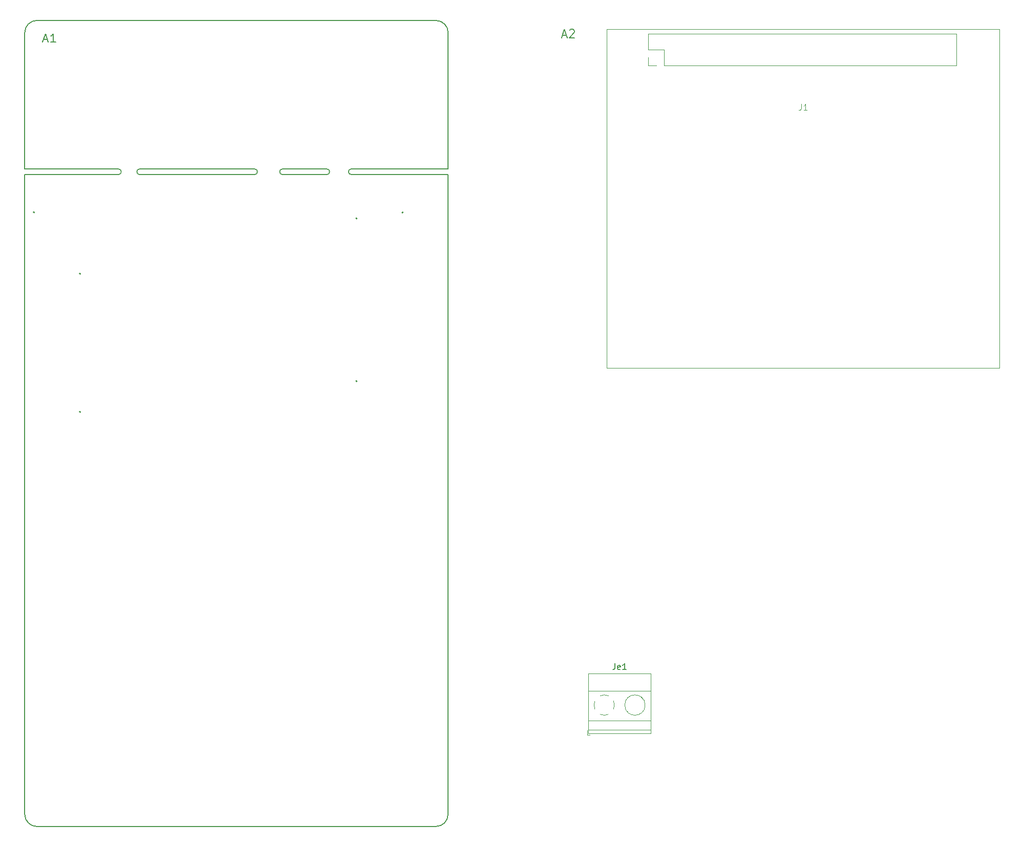
<source format=gto>
%TF.GenerationSoftware,KiCad,Pcbnew,(7.0.0)*%
%TF.CreationDate,2023-03-03T04:22:33-05:00*%
%TF.ProjectId,new-dev-board,6e65772d-6465-4762-9d62-6f6172642e6b,rev?*%
%TF.SameCoordinates,Original*%
%TF.FileFunction,Legend,Top*%
%TF.FilePolarity,Positive*%
%FSLAX46Y46*%
G04 Gerber Fmt 4.6, Leading zero omitted, Abs format (unit mm)*
G04 Created by KiCad (PCBNEW (7.0.0)) date 2023-03-03 04:22:33*
%MOMM*%
%LPD*%
G01*
G04 APERTURE LIST*
%ADD10C,0.100000*%
%ADD11C,0.150000*%
%ADD12C,0.120000*%
%ADD13C,0.127000*%
%ADD14C,0.200000*%
G04 APERTURE END LIST*
D10*
%TO.C,J1*%
X151066666Y-35167380D02*
X151066666Y-35881666D01*
X151066666Y-35881666D02*
X151019047Y-36024523D01*
X151019047Y-36024523D02*
X150923809Y-36119761D01*
X150923809Y-36119761D02*
X150780952Y-36167380D01*
X150780952Y-36167380D02*
X150685714Y-36167380D01*
X152066666Y-36167380D02*
X151495238Y-36167380D01*
X151780952Y-36167380D02*
X151780952Y-35167380D01*
X151780952Y-35167380D02*
X151685714Y-35310238D01*
X151685714Y-35310238D02*
X151590476Y-35405476D01*
X151590476Y-35405476D02*
X151495238Y-35453095D01*
D11*
%TO.C,Je1*%
X120298095Y-127707380D02*
X120298095Y-128421666D01*
X120298095Y-128421666D02*
X120250476Y-128564523D01*
X120250476Y-128564523D02*
X120155238Y-128659761D01*
X120155238Y-128659761D02*
X120012381Y-128707380D01*
X120012381Y-128707380D02*
X119917143Y-128707380D01*
X121155238Y-128659761D02*
X121060000Y-128707380D01*
X121060000Y-128707380D02*
X120869524Y-128707380D01*
X120869524Y-128707380D02*
X120774286Y-128659761D01*
X120774286Y-128659761D02*
X120726667Y-128564523D01*
X120726667Y-128564523D02*
X120726667Y-128183571D01*
X120726667Y-128183571D02*
X120774286Y-128088333D01*
X120774286Y-128088333D02*
X120869524Y-128040714D01*
X120869524Y-128040714D02*
X121060000Y-128040714D01*
X121060000Y-128040714D02*
X121155238Y-128088333D01*
X121155238Y-128088333D02*
X121202857Y-128183571D01*
X121202857Y-128183571D02*
X121202857Y-128278809D01*
X121202857Y-128278809D02*
X120726667Y-128374047D01*
X122155238Y-128707380D02*
X121583810Y-128707380D01*
X121869524Y-128707380D02*
X121869524Y-127707380D01*
X121869524Y-127707380D02*
X121774286Y-127850238D01*
X121774286Y-127850238D02*
X121679048Y-127945476D01*
X121679048Y-127945476D02*
X121583810Y-127993095D01*
%TO.C,A1*%
X25800000Y-24514333D02*
X26466667Y-24514333D01*
X25666667Y-24914333D02*
X26133334Y-23514333D01*
X26133334Y-23514333D02*
X26600000Y-24914333D01*
X27800000Y-24914333D02*
X27000000Y-24914333D01*
X27400000Y-24914333D02*
X27400000Y-23514333D01*
X27400000Y-23514333D02*
X27266667Y-23714333D01*
X27266667Y-23714333D02*
X27133334Y-23847666D01*
X27133334Y-23847666D02*
X27000000Y-23914333D01*
%TO.C,A2*%
X111600000Y-23814333D02*
X112266667Y-23814333D01*
X111466667Y-24214333D02*
X111933334Y-22814333D01*
X111933334Y-22814333D02*
X112400000Y-24214333D01*
X112800000Y-22947666D02*
X112866667Y-22881000D01*
X112866667Y-22881000D02*
X113000000Y-22814333D01*
X113000000Y-22814333D02*
X113333334Y-22814333D01*
X113333334Y-22814333D02*
X113466667Y-22881000D01*
X113466667Y-22881000D02*
X113533334Y-22947666D01*
X113533334Y-22947666D02*
X113600000Y-23081000D01*
X113600000Y-23081000D02*
X113600000Y-23214333D01*
X113600000Y-23214333D02*
X113533334Y-23414333D01*
X113533334Y-23414333D02*
X112733334Y-24214333D01*
X112733334Y-24214333D02*
X113600000Y-24214333D01*
D12*
%TO.C,J1*%
X125810000Y-23570000D02*
X176730000Y-23570000D01*
X125810000Y-26170000D02*
X125810000Y-23570000D01*
X125810000Y-28770000D02*
X125810000Y-27440000D01*
X127140000Y-28770000D02*
X125810000Y-28770000D01*
X128410000Y-26170000D02*
X125810000Y-26170000D01*
X128410000Y-28770000D02*
X128410000Y-26170000D01*
X128410000Y-28770000D02*
X176730000Y-28770000D01*
X176730000Y-28770000D02*
X176730000Y-23570000D01*
D10*
X118900000Y-22800000D02*
X183900000Y-22800000D01*
X183900000Y-22800000D02*
X183900000Y-78800000D01*
X183900000Y-78800000D02*
X118900000Y-78800000D01*
X118900000Y-78800000D02*
X118900000Y-22800000D01*
D12*
%TO.C,Je1*%
X115680000Y-138760000D02*
X115680000Y-139500000D01*
X115680000Y-139500000D02*
X116180000Y-139500000D01*
X115920000Y-129339000D02*
X115920000Y-139260000D01*
X115920000Y-129339000D02*
X126200000Y-129339000D01*
X115920000Y-132299000D02*
X126200000Y-132299000D01*
X115920000Y-137200000D02*
X126200000Y-137200000D01*
X115920000Y-138700000D02*
X126200000Y-138700000D01*
X115920000Y-139260000D02*
X126200000Y-139260000D01*
X122373000Y-135623000D02*
X122326000Y-135669000D01*
X122566000Y-135839000D02*
X122531000Y-135874000D01*
X124670000Y-133325000D02*
X124635000Y-133361000D01*
X124875000Y-133531000D02*
X124828000Y-133577000D01*
X126200000Y-129339000D02*
X126200000Y-139260000D01*
X116985001Y-133916001D02*
G75*
G03*
X116984574Y-135283042I1534992J-684000D01*
G01*
X119203999Y-133065001D02*
G75*
G03*
X117836958Y-133064574I-684000J-1534992D01*
G01*
X117836000Y-136134999D02*
G75*
G03*
X118548805Y-136280252I683999J1535000D01*
G01*
X118520000Y-136279999D02*
G75*
G03*
X119203318Y-136134755I0J1679999D01*
G01*
X120055000Y-135284000D02*
G75*
G03*
X120055426Y-133916958I-1535000J684000D01*
G01*
X125280000Y-134600000D02*
G75*
G03*
X125280000Y-134600000I-1680000J0D01*
G01*
D13*
%TO.C,A1*%
X22700000Y-23340000D02*
X22700000Y-45900000D01*
X22700000Y-45900000D02*
X38192800Y-45900000D01*
X22700000Y-46840000D02*
X22700000Y-152680000D01*
X22700000Y-46840000D02*
X38192800Y-46840000D01*
X24700000Y-154680000D02*
X90700000Y-154680000D01*
X41698000Y-45900000D02*
X60697200Y-45900000D01*
X41698000Y-46840000D02*
X60697200Y-46840000D01*
X65320000Y-45900000D02*
X72635200Y-45900000D01*
X65320000Y-46840000D02*
X72635200Y-46840000D01*
X76699200Y-45900000D02*
X92700000Y-45900000D01*
X76699200Y-46840000D02*
X92700000Y-46840000D01*
X90700000Y-21340000D02*
X24700000Y-21340000D01*
X92700000Y-45900000D02*
X92700000Y-23340000D01*
X92700000Y-152680000D02*
X92700000Y-46840000D01*
X24700000Y-21340000D02*
G75*
G03*
X22700000Y-23340000I-1J-1999999D01*
G01*
X22700000Y-152680000D02*
G75*
G03*
X24700000Y-154680000I1999999J-1D01*
G01*
X38192800Y-46840000D02*
G75*
G03*
X38192801Y-45900000I-7461J470000D01*
G01*
X41698000Y-45900000D02*
G75*
G03*
X41697999Y-46840000I7461J-470000D01*
G01*
X60697200Y-46840000D02*
G75*
G03*
X60697201Y-45900000I-7460J470000D01*
G01*
X65320000Y-45900000D02*
G75*
G03*
X65319999Y-46840000I7460J-470000D01*
G01*
X72635200Y-46840000D02*
G75*
G03*
X72635201Y-45900000I-7460J470000D01*
G01*
X76699200Y-45900000D02*
G75*
G03*
X76699199Y-46840000I7460J-470000D01*
G01*
X92700000Y-23340000D02*
G75*
G03*
X90700000Y-21340000I-2000000J0D01*
G01*
X90700000Y-154680000D02*
G75*
G03*
X92700000Y-152680000I0J2000000D01*
G01*
D14*
X24300000Y-53080000D02*
G75*
G03*
X24300000Y-53080000I-100000J0D01*
G01*
X31920000Y-63240000D02*
G75*
G03*
X31920000Y-63240000I-100000J0D01*
G01*
X31920000Y-86100000D02*
G75*
G03*
X31920000Y-86100000I-100000J0D01*
G01*
X77640000Y-54096000D02*
G75*
G03*
X77640000Y-54096000I-100000J0D01*
G01*
X77640000Y-81020000D02*
G75*
G03*
X77640000Y-81020000I-100000J0D01*
G01*
X85260000Y-53105400D02*
G75*
G03*
X85260000Y-53105400I-100000J0D01*
G01*
%TD*%
M02*

</source>
